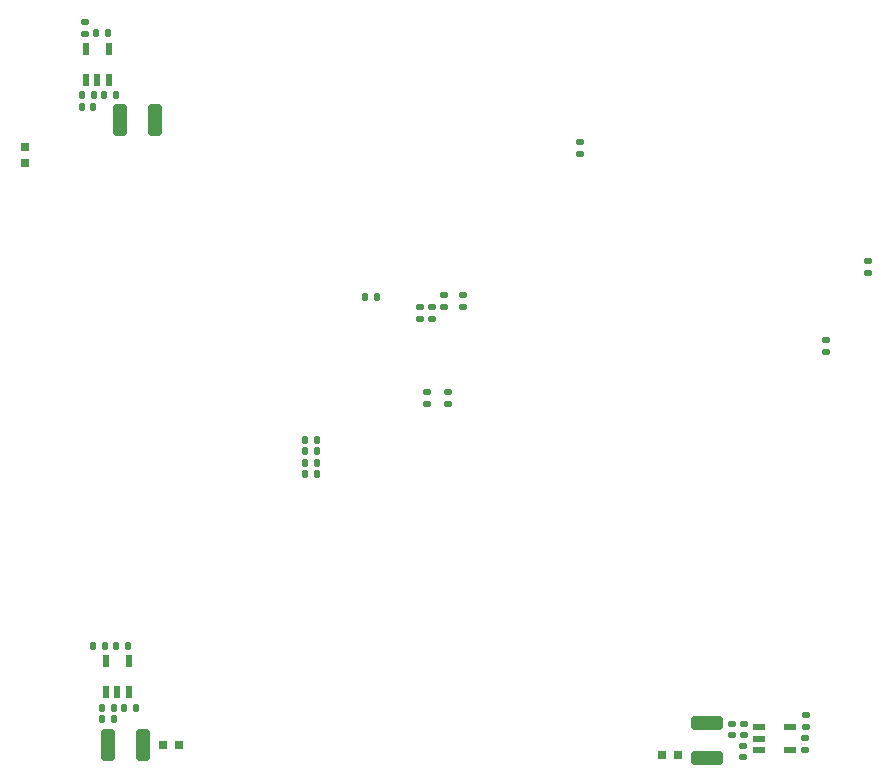
<source format=gbp>
%TF.GenerationSoftware,KiCad,Pcbnew,7.0.5*%
%TF.CreationDate,2023-07-29T13:43:45+03:00*%
%TF.ProjectId,cf33_dock,63663333-5f64-46f6-936b-2e6b69636164,rev?*%
%TF.SameCoordinates,Original*%
%TF.FileFunction,Paste,Bot*%
%TF.FilePolarity,Positive*%
%FSLAX46Y46*%
G04 Gerber Fmt 4.6, Leading zero omitted, Abs format (unit mm)*
G04 Created by KiCad (PCBNEW 7.0.5) date 2023-07-29 13:43:45*
%MOMM*%
%LPD*%
G01*
G04 APERTURE LIST*
G04 Aperture macros list*
%AMRoundRect*
0 Rectangle with rounded corners*
0 $1 Rounding radius*
0 $2 $3 $4 $5 $6 $7 $8 $9 X,Y pos of 4 corners*
0 Add a 4 corners polygon primitive as box body*
4,1,4,$2,$3,$4,$5,$6,$7,$8,$9,$2,$3,0*
0 Add four circle primitives for the rounded corners*
1,1,$1+$1,$2,$3*
1,1,$1+$1,$4,$5*
1,1,$1+$1,$6,$7*
1,1,$1+$1,$8,$9*
0 Add four rect primitives between the rounded corners*
20,1,$1+$1,$2,$3,$4,$5,0*
20,1,$1+$1,$4,$5,$6,$7,0*
20,1,$1+$1,$6,$7,$8,$9,0*
20,1,$1+$1,$8,$9,$2,$3,0*%
G04 Aperture macros list end*
%ADD10R,1.050000X0.550000*%
%ADD11RoundRect,0.135000X-0.135000X-0.185000X0.135000X-0.185000X0.135000X0.185000X-0.135000X0.185000X0*%
%ADD12RoundRect,0.135000X0.135000X0.185000X-0.135000X0.185000X-0.135000X-0.185000X0.135000X-0.185000X0*%
%ADD13RoundRect,0.140000X0.140000X0.170000X-0.140000X0.170000X-0.140000X-0.170000X0.140000X-0.170000X0*%
%ADD14RoundRect,0.135000X0.185000X-0.135000X0.185000X0.135000X-0.185000X0.135000X-0.185000X-0.135000X0*%
%ADD15RoundRect,0.250000X-0.325000X-1.100000X0.325000X-1.100000X0.325000X1.100000X-0.325000X1.100000X0*%
%ADD16RoundRect,0.140000X0.170000X-0.140000X0.170000X0.140000X-0.170000X0.140000X-0.170000X-0.140000X0*%
%ADD17RoundRect,0.140000X-0.140000X-0.170000X0.140000X-0.170000X0.140000X0.170000X-0.140000X0.170000X0*%
%ADD18R,0.550000X1.050000*%
%ADD19R,0.650000X0.700000*%
%ADD20RoundRect,0.140000X-0.170000X0.140000X-0.170000X-0.140000X0.170000X-0.140000X0.170000X0.140000X0*%
%ADD21RoundRect,0.250000X1.100000X-0.325000X1.100000X0.325000X-1.100000X0.325000X-1.100000X-0.325000X0*%
%ADD22RoundRect,0.250000X0.325000X1.100000X-0.325000X1.100000X-0.325000X-1.100000X0.325000X-1.100000X0*%
%ADD23R,0.700000X0.650000*%
%ADD24RoundRect,0.135000X-0.185000X0.135000X-0.185000X-0.135000X0.185000X-0.135000X0.185000X0.135000X0*%
G04 APERTURE END LIST*
D10*
X283698934Y-212654738D03*
X283698934Y-211704738D03*
X283698934Y-210754738D03*
X286298934Y-210754738D03*
X286298934Y-212654738D03*
D11*
X245308934Y-187384738D03*
X246328934Y-187384738D03*
D12*
X251355254Y-174299992D03*
X250335254Y-174299992D03*
D11*
X245308934Y-188354738D03*
X246328934Y-188354738D03*
X245308934Y-189324738D03*
X246328934Y-189324738D03*
D13*
X229078934Y-210084738D03*
X228118934Y-210084738D03*
X229068934Y-209104738D03*
X228108934Y-209104738D03*
D14*
X257348934Y-183414738D03*
X257348934Y-182394738D03*
X287648934Y-210724738D03*
X287648934Y-209704738D03*
X287628934Y-212634738D03*
X287628934Y-211614738D03*
D12*
X228593934Y-151999738D03*
X227573934Y-151999738D03*
D14*
X226623934Y-152039738D03*
X226623934Y-151019738D03*
D12*
X230248934Y-203884738D03*
X229228934Y-203884738D03*
D14*
X255998934Y-176164738D03*
X255998934Y-175144738D03*
D15*
X229593934Y-159324738D03*
X232543934Y-159324738D03*
D14*
X254998934Y-176164738D03*
X254998934Y-175144738D03*
D16*
X282398934Y-211404738D03*
X282398934Y-210444738D03*
D17*
X228288934Y-157204738D03*
X229248934Y-157204738D03*
D18*
X230338934Y-207774738D03*
X229388934Y-207774738D03*
X228438934Y-207774738D03*
X228438934Y-205174738D03*
X230338934Y-205174738D03*
D19*
X233253934Y-212244738D03*
X234603934Y-212244738D03*
X276813934Y-213104738D03*
X275463934Y-213104738D03*
D17*
X229988934Y-209094738D03*
X230948934Y-209094738D03*
D14*
X255598934Y-183414738D03*
X255598934Y-182394738D03*
D13*
X227358934Y-158194738D03*
X226398934Y-158194738D03*
D20*
X282388934Y-212344738D03*
X282388934Y-213304738D03*
D18*
X228638934Y-155904738D03*
X227688934Y-155904738D03*
X226738934Y-155904738D03*
X226738934Y-153304738D03*
X228638934Y-153304738D03*
D21*
X279278934Y-213309738D03*
X279278934Y-210359738D03*
D11*
X245308934Y-186404738D03*
X246328934Y-186404738D03*
D22*
X231573934Y-212214738D03*
X228623934Y-212214738D03*
D16*
X281408934Y-211414738D03*
X281408934Y-210454738D03*
D14*
X268578934Y-162204738D03*
X268578934Y-161184738D03*
X292898934Y-172289738D03*
X292898934Y-171269738D03*
D23*
X221598934Y-161629738D03*
X221598934Y-162979738D03*
D24*
X256998934Y-174119738D03*
X256998934Y-175139738D03*
D12*
X228348934Y-203884738D03*
X227328934Y-203884738D03*
D24*
X258673934Y-174119738D03*
X258673934Y-175139738D03*
D14*
X289398934Y-179014738D03*
X289398934Y-177994738D03*
D13*
X227368934Y-157214738D03*
X226408934Y-157214738D03*
M02*

</source>
